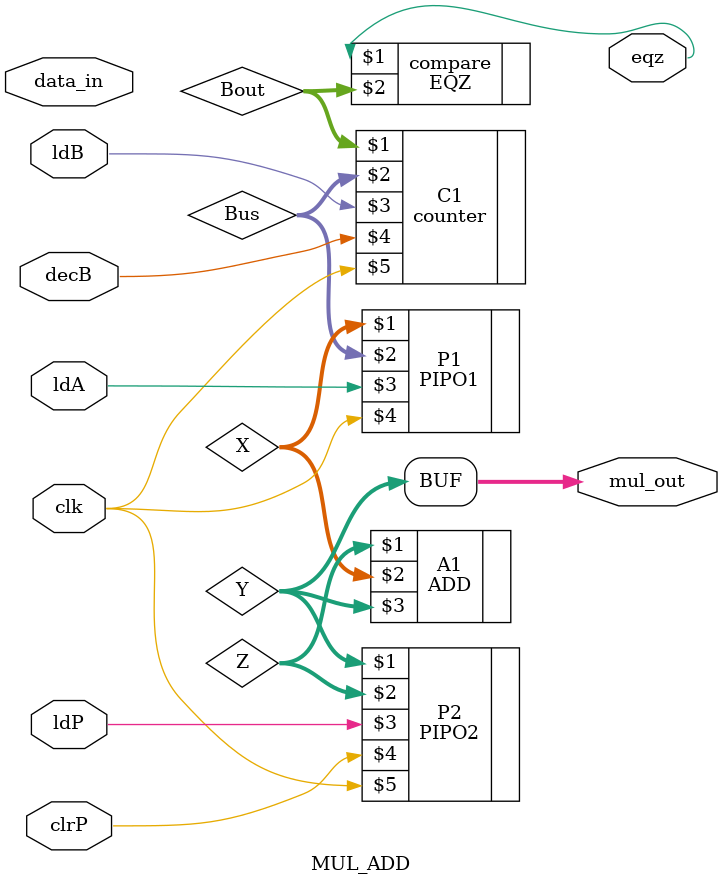
<source format=v>
module MUL_ADD(eqz,ldA,ldB,ldP,clrP,decB,data_in,clk,mul_out);


input ldA,ldB,ldP,clrP,decB,clk;
output eqz;
input [15:0] data_in;
output reg [15:0] mul_out;

wire [15:0] X,Y,Z,Bout,Bus;


PIPO1 P1(X,Bus,ldA,clk);
PIPO2 P2(Y,Z,ldP,clrP,clk);
counter C1(Bout,Bus,ldB,decB,clk);
ADD A1(Z,X,Y);
EQZ compare(eqz,Bout);

always@(*)
begin 

    mul_out <= Y;
end



endmodule
</source>
